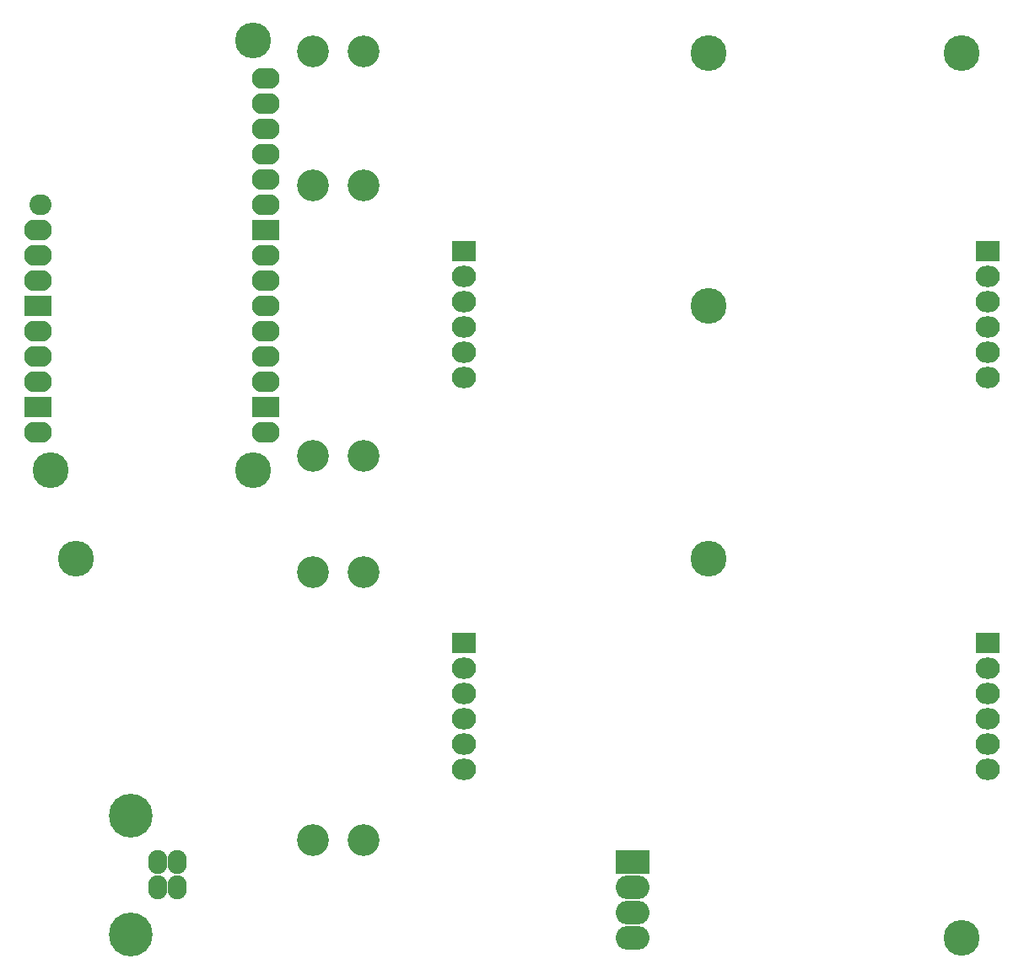
<source format=gbs>
G04 #@! TF.FileFunction,Soldermask,Bot*
%FSLAX46Y46*%
G04 Gerber Fmt 4.6, Leading zero omitted, Abs format (unit mm)*
G04 Created by KiCad (PCBNEW 4.0.4-stable) date 01/08/18 17:18:11*
%MOMM*%
%LPD*%
G01*
G04 APERTURE LIST*
%ADD10C,0.250000*%
%ADD11C,3.600000*%
%ADD12R,2.800000X2.100000*%
%ADD13O,2.800000X2.100000*%
%ADD14O,2.200000X2.100000*%
%ADD15O,2.432000X2.127200*%
%ADD16R,2.432000X2.127200*%
%ADD17C,3.200000*%
%ADD18O,1.920000X2.400000*%
%ADD19C,4.400000*%
%ADD20O,3.400000X2.400000*%
%ADD21R,3.400000X2.400000*%
G04 APERTURE END LIST*
D10*
D11*
X78740000Y-119380000D03*
X142240000Y-119380000D03*
X142240000Y-93980000D03*
X142240000Y-68580000D03*
X167640000Y-157480000D03*
D12*
X97790000Y-104140000D03*
D13*
X97790000Y-101600000D03*
X97790000Y-99060000D03*
X97790000Y-96520000D03*
X97790000Y-93980000D03*
D14*
X75180000Y-83820000D03*
D13*
X97790000Y-91440000D03*
X74930000Y-86360000D03*
X97790000Y-88900000D03*
X74930000Y-88900000D03*
D12*
X97790000Y-86360000D03*
D13*
X74930000Y-91440000D03*
X97790000Y-83820000D03*
D12*
X74930000Y-93980000D03*
D13*
X97790000Y-81280000D03*
X74930000Y-96520000D03*
X97790000Y-78740000D03*
X74930000Y-99060000D03*
X97790000Y-76200000D03*
X74930000Y-101600000D03*
X97790000Y-73660000D03*
D12*
X74930000Y-104140000D03*
D13*
X97790000Y-71120000D03*
X74930000Y-106680000D03*
X97790000Y-106680000D03*
D11*
X96520000Y-67310000D03*
X96520000Y-110490000D03*
X76200000Y-110490000D03*
D15*
X117625000Y-101175000D03*
X117625000Y-98635000D03*
X117625000Y-96095000D03*
X117625000Y-93555000D03*
X117625000Y-91015000D03*
D16*
X117625000Y-88475000D03*
D17*
X102455980Y-68336160D03*
X107535980Y-68336160D03*
X102453440Y-81798160D03*
X107533440Y-81798160D03*
X102453440Y-108976160D03*
X107533440Y-108976160D03*
X102453440Y-120660160D03*
X107533440Y-120660160D03*
X102453440Y-147584160D03*
X107533440Y-147584160D03*
D15*
X117625000Y-140550000D03*
X117625000Y-138010000D03*
X117625000Y-135470000D03*
X117625000Y-132930000D03*
X117625000Y-130390000D03*
D16*
X117625000Y-127850000D03*
D15*
X170200000Y-101175000D03*
X170200000Y-98635000D03*
X170200000Y-96095000D03*
X170200000Y-93555000D03*
X170200000Y-91015000D03*
D16*
X170200000Y-88475000D03*
D15*
X170200000Y-140525000D03*
X170200000Y-137985000D03*
X170200000Y-135445000D03*
X170200000Y-132905000D03*
X170200000Y-130365000D03*
D16*
X170200000Y-127825000D03*
D18*
X88900000Y-149860000D03*
X88900000Y-152400000D03*
X86900000Y-152400000D03*
X86900000Y-149860000D03*
D19*
X84200000Y-145130000D03*
X84200000Y-157130000D03*
D20*
X134620000Y-157480000D03*
X134620000Y-154940000D03*
X134620000Y-152400000D03*
D21*
X134620000Y-149860000D03*
D11*
X167640000Y-68580000D03*
M02*

</source>
